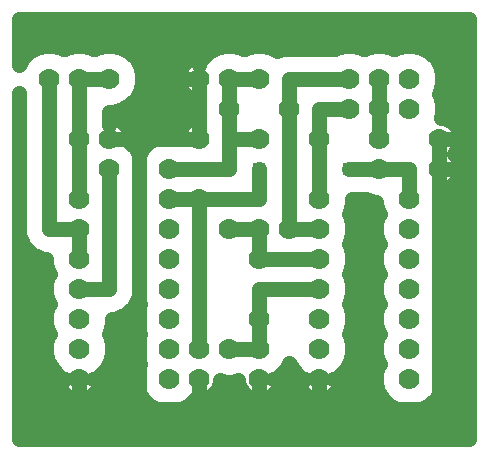
<source format=gbl>
G75*
%MOIN*%
%OFA0B0*%
%FSLAX25Y25*%
%IPPOS*%
%LPD*%
%AMOC8*
5,1,8,0,0,1.08239X$1,22.5*
%
%ADD10C,0.07000*%
%ADD11C,0.05000*%
%ADD12R,0.03962X0.03962*%
D10*
X0023500Y0023500D03*
X0023500Y0033500D03*
X0023500Y0043500D03*
X0023500Y0053500D03*
X0023500Y0063500D03*
X0023500Y0073500D03*
X0023500Y0083500D03*
X0033500Y0093500D03*
X0033500Y0103500D03*
X0023500Y0103500D03*
X0023500Y0123500D03*
X0013500Y0123500D03*
X0033500Y0123500D03*
X0053500Y0093500D03*
X0063500Y0103500D03*
X0073500Y0113500D03*
X0073500Y0123500D03*
X0063500Y0123500D03*
X0083500Y0123500D03*
X0093500Y0113500D03*
X0083500Y0103500D03*
X0103500Y0103500D03*
X0113500Y0113500D03*
X0113500Y0123500D03*
X0123500Y0123500D03*
X0123500Y0113815D03*
X0123500Y0103500D03*
X0123500Y0093500D03*
X0133500Y0083500D03*
X0133500Y0073500D03*
X0133500Y0063500D03*
X0133500Y0053500D03*
X0133500Y0043500D03*
X0133500Y0033500D03*
X0133500Y0023500D03*
X0103500Y0023500D03*
X0103500Y0033500D03*
X0103500Y0043500D03*
X0103500Y0053500D03*
X0103500Y0063500D03*
X0103500Y0073500D03*
X0103500Y0083500D03*
X0093500Y0073500D03*
X0083500Y0073500D03*
X0083500Y0063500D03*
X0073500Y0073500D03*
X0063500Y0083500D03*
X0053500Y0083500D03*
X0053500Y0073500D03*
X0053500Y0063500D03*
X0053500Y0053500D03*
X0053500Y0043500D03*
X0053500Y0033500D03*
X0053500Y0023500D03*
X0063500Y0023500D03*
X0063500Y0033500D03*
X0073500Y0033500D03*
X0083500Y0033500D03*
X0083500Y0023500D03*
X0083500Y0043500D03*
X0143500Y0093500D03*
X0143500Y0103500D03*
X0133500Y0113500D03*
X0133500Y0123500D03*
D11*
X0153500Y0003500D02*
X0003500Y0003500D01*
X0003500Y0118821D01*
X0003500Y0071511D01*
X0005022Y0067835D01*
X0007835Y0065022D01*
X0011511Y0063500D01*
X0012500Y0063500D01*
X0012500Y0062052D01*
X0013250Y0059254D01*
X0013685Y0058500D01*
X0013250Y0057746D01*
X0012500Y0054948D01*
X0012500Y0052052D01*
X0013250Y0049254D01*
X0013685Y0048500D01*
X0013250Y0047746D01*
X0012500Y0044948D01*
X0012500Y0042052D01*
X0013250Y0039254D01*
X0013685Y0038500D01*
X0013250Y0037746D01*
X0012500Y0034948D01*
X0012500Y0032052D01*
X0013250Y0029254D01*
X0014698Y0026746D01*
X0016615Y0024829D01*
X0016500Y0023959D01*
X0016500Y0023500D01*
X0018820Y0023500D01*
X0018821Y0023500D01*
X0016500Y0023500D01*
X0016500Y0023041D01*
X0016620Y0022131D01*
X0016857Y0021245D01*
X0017208Y0020397D01*
X0017667Y0019603D01*
X0018226Y0018875D01*
X0018875Y0018226D01*
X0019603Y0017667D01*
X0020397Y0017208D01*
X0021245Y0016857D01*
X0022131Y0016620D01*
X0023041Y0016500D01*
X0023500Y0016500D01*
X0023959Y0016500D01*
X0024869Y0016620D01*
X0025755Y0016857D01*
X0026603Y0017208D01*
X0027397Y0017667D01*
X0028125Y0018226D01*
X0028774Y0018875D01*
X0029333Y0019603D01*
X0029792Y0020397D01*
X0030143Y0021245D01*
X0030380Y0022131D01*
X0030500Y0023041D01*
X0030500Y0023500D01*
X0030500Y0023959D01*
X0030385Y0024829D01*
X0032302Y0026746D01*
X0033750Y0029254D01*
X0034500Y0032052D01*
X0034500Y0034948D01*
X0033750Y0037746D01*
X0033315Y0038500D01*
X0033750Y0039254D01*
X0034500Y0042052D01*
X0034500Y0043500D01*
X0035489Y0043500D01*
X0039165Y0045022D01*
X0041978Y0047835D01*
X0042981Y0050257D01*
X0043250Y0049254D01*
X0043685Y0048500D01*
X0043250Y0047746D01*
X0042500Y0044948D01*
X0042500Y0042052D01*
X0043250Y0039254D01*
X0043685Y0038500D01*
X0043250Y0037746D01*
X0042500Y0034948D01*
X0042500Y0032052D01*
X0043250Y0029254D01*
X0043685Y0028500D01*
X0043250Y0027746D01*
X0042500Y0024948D01*
X0042500Y0022052D01*
X0043250Y0019254D01*
X0044698Y0016746D01*
X0046746Y0014698D01*
X0049254Y0013250D01*
X0052052Y0012500D01*
X0054948Y0012500D01*
X0057746Y0013250D01*
X0060254Y0014698D01*
X0062171Y0016615D01*
X0063041Y0016500D01*
X0063500Y0016500D01*
X0063959Y0016500D01*
X0064869Y0016620D01*
X0065755Y0016857D01*
X0066603Y0017208D01*
X0067397Y0017667D01*
X0068125Y0018226D01*
X0068774Y0018875D01*
X0069333Y0019603D01*
X0069792Y0020397D01*
X0070143Y0021245D01*
X0070380Y0022131D01*
X0070484Y0022920D01*
X0072052Y0022500D01*
X0074948Y0022500D01*
X0076516Y0022920D01*
X0076620Y0022131D01*
X0076857Y0021245D01*
X0077208Y0020397D01*
X0077667Y0019603D01*
X0078226Y0018875D01*
X0078875Y0018226D01*
X0079603Y0017667D01*
X0080397Y0017208D01*
X0081245Y0016857D01*
X0082131Y0016620D01*
X0083041Y0016500D01*
X0083500Y0016500D01*
X0083959Y0016500D01*
X0084869Y0016620D01*
X0085755Y0016857D01*
X0086603Y0017208D01*
X0087397Y0017667D01*
X0088125Y0018226D01*
X0088774Y0018875D01*
X0089333Y0019603D01*
X0089792Y0020397D01*
X0090143Y0021245D01*
X0090380Y0022131D01*
X0090500Y0023041D01*
X0090500Y0023500D01*
X0090500Y0023959D01*
X0090385Y0024829D01*
X0092302Y0026746D01*
X0093500Y0028821D01*
X0094698Y0026746D01*
X0096615Y0024829D01*
X0096500Y0023959D01*
X0096500Y0023500D01*
X0098820Y0023500D01*
X0098821Y0023500D01*
X0096500Y0023500D01*
X0096500Y0023041D01*
X0096620Y0022131D01*
X0096857Y0021245D01*
X0097208Y0020397D01*
X0097667Y0019603D01*
X0098226Y0018875D01*
X0098875Y0018226D01*
X0099603Y0017667D01*
X0100397Y0017208D01*
X0101245Y0016857D01*
X0102131Y0016620D01*
X0103041Y0016500D01*
X0103500Y0016500D01*
X0103959Y0016500D01*
X0104869Y0016620D01*
X0105755Y0016857D01*
X0106603Y0017208D01*
X0107397Y0017667D01*
X0108125Y0018226D01*
X0108774Y0018875D01*
X0109333Y0019603D01*
X0109792Y0020397D01*
X0110143Y0021245D01*
X0110380Y0022131D01*
X0110500Y0023041D01*
X0110500Y0023500D01*
X0110500Y0023959D01*
X0110385Y0024829D01*
X0112302Y0026746D01*
X0113750Y0029254D01*
X0114500Y0032052D01*
X0114500Y0034948D01*
X0113750Y0037746D01*
X0113315Y0038500D01*
X0113750Y0039254D01*
X0114500Y0042052D01*
X0114500Y0044948D01*
X0113750Y0047746D01*
X0113315Y0048500D01*
X0113750Y0049254D01*
X0114500Y0052052D01*
X0114500Y0054948D01*
X0113750Y0057746D01*
X0113315Y0058500D01*
X0113750Y0059254D01*
X0114500Y0062052D01*
X0114500Y0064948D01*
X0113750Y0067746D01*
X0113315Y0068500D01*
X0113750Y0069254D01*
X0114500Y0072052D01*
X0114500Y0074948D01*
X0113750Y0077746D01*
X0113315Y0078500D01*
X0113750Y0079254D01*
X0114500Y0082052D01*
X0114500Y0083500D01*
X0118820Y0083500D01*
X0119254Y0083250D01*
X0122052Y0082500D01*
X0122500Y0082500D01*
X0122500Y0082052D01*
X0123250Y0079254D01*
X0123685Y0078500D01*
X0123250Y0077746D01*
X0122500Y0074948D01*
X0122500Y0072052D01*
X0123250Y0069254D01*
X0123685Y0068500D01*
X0123250Y0067746D01*
X0122500Y0064948D01*
X0122500Y0062052D01*
X0123250Y0059254D01*
X0123685Y0058500D01*
X0123250Y0057746D01*
X0122500Y0054948D01*
X0122500Y0052052D01*
X0123250Y0049254D01*
X0123685Y0048500D01*
X0123250Y0047746D01*
X0122500Y0044948D01*
X0122500Y0042052D01*
X0123250Y0039254D01*
X0123685Y0038500D01*
X0123250Y0037746D01*
X0122500Y0034948D01*
X0122500Y0032052D01*
X0123250Y0029254D01*
X0123685Y0028500D01*
X0123250Y0027746D01*
X0122500Y0024948D01*
X0122500Y0022052D01*
X0123250Y0019254D01*
X0124698Y0016746D01*
X0126746Y0014698D01*
X0129254Y0013250D01*
X0132052Y0012500D01*
X0134948Y0012500D01*
X0137746Y0013250D01*
X0140254Y0014698D01*
X0142302Y0016746D01*
X0143750Y0019254D01*
X0144500Y0022052D01*
X0144500Y0024948D01*
X0143750Y0027746D01*
X0143315Y0028500D01*
X0143750Y0029254D01*
X0144500Y0032052D01*
X0144500Y0034948D01*
X0143750Y0037746D01*
X0143315Y0038500D01*
X0143750Y0039254D01*
X0144500Y0042052D01*
X0144500Y0044948D01*
X0143750Y0047746D01*
X0143315Y0048500D01*
X0143750Y0049254D01*
X0144500Y0052052D01*
X0144500Y0054948D01*
X0143750Y0057746D01*
X0143315Y0058500D01*
X0143750Y0059254D01*
X0144500Y0062052D01*
X0144500Y0064948D01*
X0143750Y0067746D01*
X0143315Y0068500D01*
X0143750Y0069254D01*
X0144500Y0072052D01*
X0144500Y0074948D01*
X0143750Y0077746D01*
X0143315Y0078500D01*
X0143750Y0079254D01*
X0144500Y0082052D01*
X0144500Y0084948D01*
X0144080Y0086516D01*
X0144869Y0086620D01*
X0145755Y0086857D01*
X0146603Y0087208D01*
X0147397Y0087667D01*
X0148125Y0088226D01*
X0148774Y0088875D01*
X0149333Y0089603D01*
X0149792Y0090397D01*
X0150143Y0091245D01*
X0150380Y0092131D01*
X0150500Y0093041D01*
X0150500Y0093500D01*
X0150500Y0093959D01*
X0150380Y0094869D01*
X0150143Y0095755D01*
X0149792Y0096603D01*
X0149333Y0097397D01*
X0148774Y0098125D01*
X0148399Y0098500D01*
X0148774Y0098875D01*
X0149333Y0099603D01*
X0149792Y0100397D01*
X0150143Y0101245D01*
X0150380Y0102131D01*
X0150500Y0103041D01*
X0150500Y0103500D01*
X0150500Y0103959D01*
X0150380Y0104869D01*
X0150143Y0105755D01*
X0149792Y0106603D01*
X0149333Y0107397D01*
X0148774Y0108125D01*
X0148125Y0108774D01*
X0147397Y0109333D01*
X0146603Y0109792D01*
X0145755Y0110143D01*
X0144869Y0110380D01*
X0144080Y0110484D01*
X0144500Y0112052D01*
X0144500Y0114948D01*
X0143750Y0117746D01*
X0143315Y0118500D01*
X0143750Y0119254D01*
X0144500Y0122052D01*
X0144500Y0124948D01*
X0143750Y0127746D01*
X0142302Y0130254D01*
X0140254Y0132302D01*
X0137746Y0133750D01*
X0134948Y0134500D01*
X0132052Y0134500D01*
X0129254Y0133750D01*
X0128500Y0133315D01*
X0127746Y0133750D01*
X0124948Y0134500D01*
X0122052Y0134500D01*
X0119254Y0133750D01*
X0118500Y0133315D01*
X0117746Y0133750D01*
X0114948Y0134500D01*
X0112052Y0134500D01*
X0109254Y0133750D01*
X0108821Y0133500D01*
X0091511Y0133500D01*
X0089571Y0132697D01*
X0087746Y0133750D01*
X0084948Y0134500D01*
X0082052Y0134500D01*
X0079254Y0133750D01*
X0078820Y0133500D01*
X0078179Y0133500D01*
X0077746Y0133750D01*
X0074948Y0134500D01*
X0072052Y0134500D01*
X0069254Y0133750D01*
X0066746Y0132302D01*
X0064829Y0130385D01*
X0063959Y0130500D01*
X0063500Y0130500D01*
X0063500Y0128180D01*
X0063500Y0128179D01*
X0063500Y0130500D01*
X0063041Y0130500D01*
X0062131Y0130380D01*
X0061245Y0130143D01*
X0060397Y0129792D01*
X0059603Y0129333D01*
X0058875Y0128774D01*
X0058226Y0128125D01*
X0057667Y0127397D01*
X0057208Y0126603D01*
X0056857Y0125755D01*
X0056620Y0124869D01*
X0056500Y0123959D01*
X0056500Y0123500D01*
X0062500Y0123500D01*
X0062500Y0123500D01*
X0056500Y0123500D01*
X0056500Y0123041D01*
X0056620Y0122131D01*
X0056857Y0121245D01*
X0057208Y0120397D01*
X0057667Y0119603D01*
X0058226Y0118875D01*
X0058875Y0118226D01*
X0059603Y0117667D01*
X0060397Y0117208D01*
X0061245Y0116857D01*
X0062131Y0116620D01*
X0062920Y0116516D01*
X0062500Y0114948D01*
X0062500Y0112052D01*
X0062920Y0110484D01*
X0062131Y0110380D01*
X0061245Y0110143D01*
X0060397Y0109792D01*
X0059603Y0109333D01*
X0058875Y0108774D01*
X0058226Y0108125D01*
X0057667Y0107397D01*
X0057208Y0106603D01*
X0056857Y0105755D01*
X0056620Y0104869D01*
X0056516Y0104080D01*
X0054948Y0104500D01*
X0052052Y0104500D01*
X0049254Y0103750D01*
X0046746Y0102302D01*
X0044698Y0100254D01*
X0043500Y0098179D01*
X0042302Y0100254D01*
X0040385Y0102171D01*
X0040500Y0103041D01*
X0040500Y0103500D01*
X0040500Y0103959D01*
X0040380Y0104869D01*
X0040143Y0105755D01*
X0039792Y0106603D01*
X0039333Y0107397D01*
X0038774Y0108125D01*
X0038125Y0108774D01*
X0037397Y0109333D01*
X0036603Y0109792D01*
X0035755Y0110143D01*
X0034869Y0110380D01*
X0033959Y0110500D01*
X0033500Y0110500D01*
X0033500Y0108179D01*
X0033500Y0108179D01*
X0033500Y0112500D01*
X0034948Y0112500D01*
X0037746Y0113250D01*
X0040254Y0114698D01*
X0042302Y0116746D01*
X0043750Y0119254D01*
X0044500Y0122052D01*
X0044500Y0124948D01*
X0043750Y0127746D01*
X0042302Y0130254D01*
X0040254Y0132302D01*
X0037746Y0133750D01*
X0034948Y0134500D01*
X0032052Y0134500D01*
X0029254Y0133750D01*
X0028820Y0133500D01*
X0028179Y0133500D01*
X0027746Y0133750D01*
X0024948Y0134500D01*
X0022052Y0134500D01*
X0019254Y0133750D01*
X0018500Y0133315D01*
X0017746Y0133750D01*
X0014948Y0134500D01*
X0012052Y0134500D01*
X0009254Y0133750D01*
X0006746Y0132302D01*
X0004698Y0130254D01*
X0003500Y0128179D01*
X0003500Y0143500D01*
X0153500Y0143500D01*
X0153500Y0003500D01*
X0003500Y0003500D01*
X0003500Y0008499D02*
X0153500Y0008499D01*
X0153500Y0013497D02*
X0138174Y0013497D01*
X0143500Y0013500D02*
X0143500Y0093500D01*
X0143500Y0103500D01*
X0150500Y0103500D01*
X0143500Y0103500D01*
X0143500Y0103500D01*
X0143500Y0093500D01*
X0150500Y0093500D01*
X0143500Y0093500D01*
X0143500Y0093500D01*
X0143500Y0095489D01*
X0143500Y0095489D01*
X0143500Y0100500D01*
X0143500Y0103500D01*
X0143500Y0103500D01*
X0143500Y0103470D02*
X0143500Y0103470D01*
X0143500Y0098472D02*
X0143500Y0098472D01*
X0148428Y0098472D02*
X0153500Y0098472D01*
X0153500Y0103470D02*
X0150500Y0103470D01*
X0148431Y0108469D02*
X0153500Y0108469D01*
X0153500Y0113467D02*
X0144500Y0113467D01*
X0143335Y0118466D02*
X0153500Y0118466D01*
X0153500Y0123464D02*
X0144500Y0123464D01*
X0143336Y0128463D02*
X0153500Y0128463D01*
X0153500Y0133461D02*
X0138247Y0133461D01*
X0128753Y0133461D02*
X0128247Y0133461D01*
X0118753Y0133461D02*
X0118247Y0133461D01*
X0113500Y0123500D02*
X0093500Y0123500D01*
X0093500Y0073500D01*
X0093500Y0113500D01*
X0103500Y0113500D02*
X0103500Y0103500D01*
X0103500Y0083500D01*
X0103500Y0073500D02*
X0093500Y0073500D01*
X0083500Y0073500D02*
X0083500Y0063500D01*
X0103500Y0063500D01*
X0103500Y0053500D02*
X0083500Y0053500D01*
X0083500Y0043500D01*
X0083500Y0033500D01*
X0073500Y0033500D01*
X0063500Y0033500D02*
X0063500Y0083500D01*
X0053500Y0083500D01*
X0063500Y0083500D02*
X0083500Y0083500D01*
X0083500Y0093500D01*
X0083500Y0103500D02*
X0073500Y0103500D01*
X0073500Y0113500D01*
X0073500Y0123500D01*
X0083500Y0123500D01*
X0088247Y0133461D02*
X0091417Y0133461D01*
X0103500Y0113500D02*
X0113500Y0113500D01*
X0123500Y0113500D02*
X0123500Y0103500D01*
X0123500Y0093500D02*
X0113500Y0093500D01*
X0123500Y0093500D02*
X0133500Y0093500D01*
X0133500Y0083500D01*
X0143328Y0078478D02*
X0153500Y0078478D01*
X0153500Y0083476D02*
X0144500Y0083476D01*
X0148374Y0088475D02*
X0153500Y0088475D01*
X0153500Y0093473D02*
X0150500Y0093473D01*
X0143500Y0093500D02*
X0143500Y0093500D01*
X0144500Y0073479D02*
X0153500Y0073479D01*
X0153500Y0068481D02*
X0143326Y0068481D01*
X0144500Y0063482D02*
X0153500Y0063482D01*
X0153500Y0058484D02*
X0143324Y0058484D01*
X0144500Y0053485D02*
X0153500Y0053485D01*
X0153500Y0048487D02*
X0143323Y0048487D01*
X0144500Y0043488D02*
X0153500Y0043488D01*
X0153500Y0038490D02*
X0143321Y0038490D01*
X0144500Y0033491D02*
X0153500Y0033491D01*
X0153500Y0028493D02*
X0143319Y0028493D01*
X0144500Y0023494D02*
X0153500Y0023494D01*
X0153500Y0018496D02*
X0143312Y0018496D01*
X0143500Y0013500D02*
X0103500Y0013500D01*
X0083500Y0013500D01*
X0083500Y0023500D01*
X0083500Y0022500D02*
X0083500Y0016500D01*
X0083500Y0022500D01*
X0083500Y0022500D01*
X0083500Y0018496D02*
X0083500Y0018496D01*
X0088395Y0018496D02*
X0098605Y0018496D01*
X0103500Y0018496D02*
X0103500Y0018496D01*
X0103500Y0016500D02*
X0103500Y0022500D01*
X0103500Y0022500D01*
X0103500Y0016500D01*
X0103500Y0013500D02*
X0103500Y0023500D01*
X0108179Y0023500D02*
X0108180Y0023500D01*
X0110500Y0023500D01*
X0108179Y0023500D01*
X0110500Y0023494D02*
X0122500Y0023494D01*
X0123681Y0028493D02*
X0113311Y0028493D01*
X0114500Y0033491D02*
X0122500Y0033491D01*
X0123679Y0038490D02*
X0113321Y0038490D01*
X0114500Y0043488D02*
X0122500Y0043488D01*
X0123677Y0048487D02*
X0113323Y0048487D01*
X0114500Y0053485D02*
X0122500Y0053485D01*
X0123676Y0058484D02*
X0113324Y0058484D01*
X0114500Y0063482D02*
X0122500Y0063482D01*
X0123674Y0068481D02*
X0113326Y0068481D01*
X0114500Y0073479D02*
X0122500Y0073479D01*
X0123672Y0078478D02*
X0113328Y0078478D01*
X0114500Y0083476D02*
X0118862Y0083476D01*
X0123500Y0113500D02*
X0123500Y0123500D01*
X0153500Y0138460D02*
X0003500Y0138460D01*
X0003500Y0143458D02*
X0153500Y0143458D01*
X0083500Y0073500D02*
X0073500Y0073500D01*
X0073500Y0093500D02*
X0053500Y0093500D01*
X0048769Y0103470D02*
X0040500Y0103470D01*
X0040500Y0103500D02*
X0038180Y0103500D01*
X0038179Y0103500D01*
X0040500Y0103500D01*
X0043500Y0103500D02*
X0043500Y0013500D01*
X0023500Y0013500D01*
X0023500Y0023500D01*
X0023500Y0022500D02*
X0023500Y0016500D01*
X0023500Y0022500D01*
X0023500Y0022500D01*
X0023500Y0018496D02*
X0023500Y0018496D01*
X0018605Y0018496D02*
X0003500Y0018496D01*
X0003500Y0023494D02*
X0016500Y0023494D01*
X0013689Y0028493D02*
X0003500Y0028493D01*
X0003500Y0033491D02*
X0012500Y0033491D01*
X0013679Y0038490D02*
X0003500Y0038490D01*
X0003500Y0043488D02*
X0012500Y0043488D01*
X0013677Y0048487D02*
X0003500Y0048487D01*
X0003500Y0053485D02*
X0012500Y0053485D01*
X0013676Y0058484D02*
X0003500Y0058484D01*
X0003500Y0063482D02*
X0012500Y0063482D01*
X0004755Y0068481D02*
X0003500Y0068481D01*
X0013500Y0073500D02*
X0023500Y0073500D01*
X0023500Y0063500D01*
X0023500Y0053500D02*
X0033500Y0053500D01*
X0033500Y0093500D01*
X0033500Y0103500D02*
X0043500Y0103500D01*
X0063500Y0103500D01*
X0063500Y0123500D01*
X0063500Y0128463D02*
X0063500Y0128463D01*
X0058563Y0128463D02*
X0043336Y0128463D01*
X0044500Y0123464D02*
X0056500Y0123464D01*
X0058635Y0118466D02*
X0043295Y0118466D01*
X0038123Y0113467D02*
X0062500Y0113467D01*
X0058569Y0108469D02*
X0038431Y0108469D01*
X0033500Y0108469D02*
X0033500Y0108469D01*
X0043331Y0098472D02*
X0043669Y0098472D01*
X0023500Y0093500D02*
X0023500Y0103500D01*
X0023500Y0083500D01*
X0013500Y0073500D02*
X0013500Y0123500D01*
X0023500Y0123500D02*
X0023500Y0103500D01*
X0023500Y0123500D02*
X0033500Y0123500D01*
X0038247Y0133461D02*
X0068753Y0133461D01*
X0073500Y0113500D02*
X0073500Y0093500D01*
X0043677Y0048487D02*
X0042247Y0048487D01*
X0042500Y0043488D02*
X0034500Y0043488D01*
X0033321Y0038490D02*
X0043679Y0038490D01*
X0042500Y0033491D02*
X0034500Y0033491D01*
X0033311Y0028493D02*
X0043681Y0028493D01*
X0042500Y0023494D02*
X0030500Y0023494D01*
X0030500Y0023500D02*
X0028179Y0023500D01*
X0028180Y0023500D01*
X0030500Y0023500D01*
X0028395Y0018496D02*
X0043688Y0018496D01*
X0043500Y0013500D02*
X0063500Y0013500D01*
X0083500Y0013500D01*
X0078605Y0018496D02*
X0068395Y0018496D01*
X0063500Y0018496D02*
X0063500Y0018496D01*
X0063500Y0018820D02*
X0063500Y0018821D01*
X0063500Y0016500D01*
X0063500Y0018820D01*
X0063500Y0023500D02*
X0063500Y0013500D01*
X0058174Y0013497D02*
X0128826Y0013497D01*
X0123688Y0018496D02*
X0108395Y0018496D01*
X0096500Y0023494D02*
X0090500Y0023494D01*
X0090500Y0023500D02*
X0088179Y0023500D01*
X0088180Y0023500D01*
X0090500Y0023500D01*
X0093311Y0028493D02*
X0093689Y0028493D01*
X0048826Y0013497D02*
X0003500Y0013497D01*
X0003500Y0128463D02*
X0003664Y0128463D01*
X0003500Y0133461D02*
X0008753Y0133461D01*
X0018247Y0133461D02*
X0018753Y0133461D01*
D12*
X0083500Y0093500D03*
X0113500Y0093500D03*
M02*

</source>
